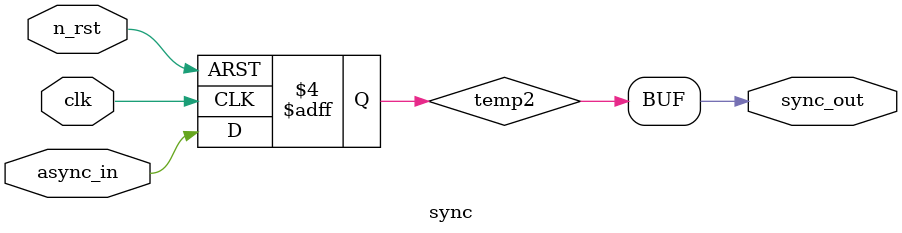
<source format=sv>

module sync
(
	input wire clk,
	input wire  n_rst,
	input wire async_in,
	output wire sync_out
	);
reg temp;
reg temp2;

always_ff @ (posedge clk, negedge n_rst) begin
if (! n_rst) begin
    temp2 = 1'b0;
    temp = 1'b0;
  end
else begin
    temp = async_in;
    temp2 = temp;
  end
end

assign sync_out = temp2;
endmodule
</source>
